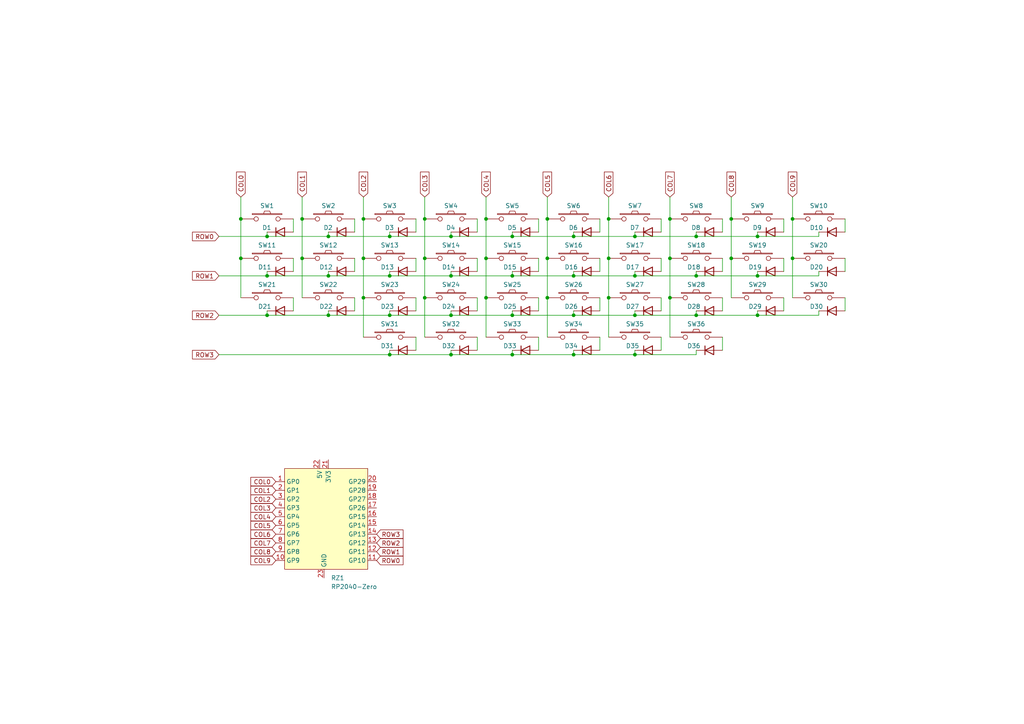
<source format=kicad_sch>
(kicad_sch (version 20211123) (generator eeschema)
  (paper "A4")
  (title_block (title "Amarilis Keyboard") (date "2023-03-17") (rev "1.0") (company "@tangzero"))
  (lib_symbols
    (symbol "Diode:1N4148" (pin_numbers hide) (pin_names hide)
      (property "Reference" "D" (at 0 2.54 0))
      (property "Value" "1N4148" (at 0 -2.54 0))
      (symbol "1N4148_0_1"
        (polyline (pts (xy -1.27 1.27) (xy -1.27 -1.27)) (stroke (width 0.254)))
        (polyline (pts (xy 1.27 0) (xy -1.27 0)))
        (polyline (pts (xy 1.27 1.27) (xy 1.27 -1.27) (xy -1.27 0) (xy 1.27 1.27)) (stroke (width 0.254)))
      )
      (symbol "1N4148_1_1"
        (pin passive line (at -3.81 0 0) (length 2.54) (name "K") (number "1"))
        (pin passive line (at 3.81 0 180) (length 2.54) (name "A") (number "2"))
      )
    )
    (symbol "kbd:SW_PUSH" (pin_numbers hide) (pin_names (offset 1.016) hide)
      (property "Reference" "SW" (at 3.81 2.794 0))
      (property "Value" "SW_PUSH" (at 0 -2.032 0))
      (symbol "SW_PUSH_0_1"
        (rectangle (start -4.318 1.27) (end 4.318 1.524))
        (polyline (pts (xy -1.016 1.524) (xy -0.762 2.286) (xy 0.762 2.286) (xy 1.016 1.524)))
        (pin passive inverted (at -7.62 0 0) (length 5.08) (name "1") (number "1"))
        (pin passive inverted (at 7.62 0 180) (length 5.08) (name "2") (number "2"))
      )
    )
    (symbol "rp2040-zero:RP2040-Zero"
      (property "Reference" "RZ" (at 0 0 0))
      (property "Value" "RP2040-Zero" (at 0 -2.54 0))
      (property "Footprint" "RP2040-Zero:RP2040-Zero" (at 0 0 0))
      (symbol "RP2040-Zero_0_1"
        (rectangle (start -11.43 -15.24) (end 12.7 13.97) (fill (type background)))
      )
      (symbol "RP2040-Zero_1_1"
        (pin bidirectional line (at -13.97 10.16 0) (length 2.54) (name "GP0") (number "1"))
        (pin bidirectional line (at -13.97 -12.7 0) (length 2.54) (name "GP9") (number "10"))
        (pin bidirectional line (at 15.24 -12.7 180) (length 2.54) (name "GP10") (number "11"))
        (pin bidirectional line (at 15.24 -10.16 180) (length 2.54) (name "GP11") (number "12"))
        (pin bidirectional line (at 15.24 -7.62 180) (length 2.54) (name "GP12") (number "13"))
        (pin bidirectional line (at 15.24 -5.08 180) (length 2.54) (name "GP13") (number "14"))
        (pin bidirectional line (at 15.24 -2.54 180) (length 2.54) (name "GP14") (number "15"))
        (pin bidirectional line (at 15.24 0 180) (length 2.54) (name "GP15") (number "16"))
        (pin bidirectional line (at 15.24 2.54 180) (length 2.54) (name "GP26") (number "17"))
        (pin bidirectional line (at 15.24 5.08 180) (length 2.54) (name "GP27") (number "18"))
        (pin bidirectional line (at 15.24 7.62 180) (length 2.54) (name "GP28") (number "19"))
        (pin bidirectional line (at -13.97 7.62 0) (length 2.54) (name "GP1") (number "2"))
        (pin bidirectional line (at 15.24 10.16 180) (length 2.54) (name "GP29") (number "20"))
        (pin power_in line (at 1.27 16.51 270) (length 2.54) (name "3V3") (number "21"))
        (pin power_in line (at -1.27 16.51 270) (length 2.54) (name "5V") (number "22"))
        (pin power_in line (at 0 -17.78 90) (length 2.54) (name "GND") (number "23"))
        (pin bidirectional line (at -13.97 5.08 0) (length 2.54) (name "GP2") (number "3"))
        (pin bidirectional line (at -13.97 2.54 0) (length 2.54) (name "GP3") (number "4"))
        (pin bidirectional line (at -13.97 0 0) (length 2.54) (name "GP4") (number "5"))
        (pin bidirectional line (at -13.97 -2.54 0) (length 2.54) (name "GP5") (number "6"))
        (pin bidirectional line (at -13.97 -5.08 0) (length 2.54) (name "GP6") (number "7"))
        (pin bidirectional line (at -13.97 -7.62 0) (length 2.54) (name "GP7") (number "8"))
        (pin bidirectional line (at -13.97 -10.16 0) (length 2.54) (name "GP8") (number "9"))
      )
    )
  )
  (junction (at 184.15 68.58))
  (junction (at 130.81 102.87))
  (junction (at 77.47 91.44))
  (junction (at 201.93 80.01))
  (junction (at 148.59 80.01))
  (junction (at 140.97 63.5))
  (junction (at 229.87 63.5))
  (junction (at 184.15 91.44))
  (junction (at 184.15 80.01))
  (junction (at 194.31 86.36))
  (junction (at 105.41 74.93))
  (junction (at 176.53 63.5))
  (junction (at 194.31 74.93))
  (junction (at 212.09 63.5))
  (junction (at 113.03 91.44))
  (junction (at 87.63 63.5))
  (junction (at 140.97 86.36))
  (junction (at 77.47 68.58))
  (junction (at 148.59 102.87))
  (junction (at 148.59 68.58))
  (junction (at 95.25 91.44))
  (junction (at 166.37 102.87))
  (junction (at 201.93 91.44))
  (junction (at 219.71 80.01))
  (junction (at 105.41 86.36))
  (junction (at 95.25 80.01))
  (junction (at 158.75 86.36))
  (junction (at 113.03 80.01))
  (junction (at 130.81 80.01))
  (junction (at 176.53 74.93))
  (junction (at 123.19 86.36))
  (junction (at 158.75 63.5))
  (junction (at 166.37 68.58))
  (junction (at 229.87 74.93))
  (junction (at 148.59 91.44))
  (junction (at 158.75 74.93))
  (junction (at 212.09 74.93))
  (junction (at 184.15 102.87))
  (junction (at 69.85 63.5))
  (junction (at 69.85 74.93))
  (junction (at 113.03 102.87))
  (junction (at 105.41 63.5))
  (junction (at 166.37 91.44))
  (junction (at 194.31 63.5))
  (junction (at 130.81 91.44))
  (junction (at 219.71 68.58))
  (junction (at 95.25 68.58))
  (junction (at 140.97 74.93))
  (junction (at 123.19 74.93))
  (junction (at 219.71 91.44))
  (junction (at 130.81 68.58))
  (junction (at 166.37 80.01))
  (junction (at 87.63 74.93))
  (junction (at 113.03 68.58))
  (junction (at 77.47 80.01))
  (junction (at 176.53 86.36))
  (junction (at 123.19 63.5))
  (junction (at 201.93 68.58))
  (wire (pts (xy 77.47 68.58) (xy 77.47 67.31)))
  (wire (pts (xy 130.81 67.31) (xy 130.81 68.58)))
  (wire (pts (xy 166.37 90.17) (xy 166.37 91.44)))
  (wire (pts (xy 105.41 74.93) (xy 105.41 86.36)))
  (wire (pts (xy 245.11 63.5) (xy 245.11 67.31)))
  (wire (pts (xy 245.11 86.36) (xy 245.11 90.17)))
  (wire (pts (xy 87.63 74.93) (xy 87.63 86.36)))
  (wire (pts (xy 194.31 63.5) (xy 194.31 74.93)))
  (wire (pts (xy 138.43 63.5) (xy 138.43 67.31)))
  (wire (pts (xy 130.81 102.87) (xy 148.59 102.87)))
  (wire (pts (xy 191.77 86.36) (xy 191.77 90.17)))
  (wire (pts (xy 191.77 63.5) (xy 191.77 67.31)))
  (wire (pts (xy 120.65 86.36) (xy 120.65 90.17)))
  (wire (pts (xy 227.33 74.93) (xy 227.33 78.74)))
  (wire (pts (xy 120.65 63.5) (xy 120.65 67.31)))
  (wire (pts (xy 148.59 78.74) (xy 148.59 80.01)))
  (wire (pts (xy 166.37 91.44) (xy 184.15 91.44)))
  (wire (pts (xy 237.49 91.44) (xy 237.49 90.17)))
  (wire (pts (xy 156.21 63.5) (xy 156.21 67.31)))
  (wire (pts (xy 212.09 74.93) (xy 212.09 86.36)))
  (wire (pts (xy 166.37 68.58) (xy 148.59 68.58)))
  (wire (pts (xy 95.25 90.17) (xy 95.25 91.44)))
  (wire (pts (xy 113.03 90.17) (xy 113.03 91.44)))
  (wire (pts (xy 77.47 91.44) (xy 95.25 91.44)))
  (wire (pts (xy 130.81 68.58) (xy 113.03 68.58)))
  (wire (pts (xy 176.53 57.15) (xy 176.53 63.5)))
  (wire (pts (xy 158.75 57.15) (xy 158.75 63.5)))
  (wire (pts (xy 219.71 80.01) (xy 201.93 80.01)))
  (wire (pts (xy 113.03 101.6) (xy 113.03 102.87)))
  (wire (pts (xy 140.97 86.36) (xy 140.97 97.79)))
  (wire (pts (xy 184.15 78.74) (xy 184.15 80.01)))
  (wire (pts (xy 120.65 74.93) (xy 120.65 78.74)))
  (wire (pts (xy 148.59 91.44) (xy 166.37 91.44)))
  (wire (pts (xy 209.55 63.5) (xy 209.55 67.31)))
  (wire (pts (xy 138.43 97.79) (xy 138.43 101.6)))
  (wire (pts (xy 194.31 57.15) (xy 194.31 63.5)))
  (wire (pts (xy 201.93 68.58) (xy 184.15 68.58)))
  (wire (pts (xy 85.09 63.5) (xy 85.09 67.31)))
  (wire (pts (xy 166.37 78.74) (xy 166.37 80.01)))
  (wire (pts (xy 156.21 74.93) (xy 156.21 78.74)))
  (wire (pts (xy 191.77 74.93) (xy 191.77 78.74)))
  (wire (pts (xy 63.5 91.44) (xy 77.47 91.44)))
  (wire (pts (xy 219.71 68.58) (xy 201.93 68.58)))
  (wire (pts (xy 245.11 74.93) (xy 245.11 78.74)))
  (wire (pts (xy 184.15 91.44) (xy 201.93 91.44)))
  (wire (pts (xy 95.25 78.74) (xy 95.25 80.01)))
  (wire (pts (xy 102.87 86.36) (xy 102.87 90.17)))
  (wire (pts (xy 77.47 80.01) (xy 63.5 80.01)))
  (wire (pts (xy 69.85 57.15) (xy 69.85 63.5)))
  (wire (pts (xy 69.85 74.93) (xy 69.85 63.5)))
  (wire (pts (xy 158.75 63.5) (xy 158.75 74.93)))
  (wire (pts (xy 212.09 57.15) (xy 212.09 63.5)))
  (wire (pts (xy 140.97 74.93) (xy 140.97 86.36)))
  (wire (pts (xy 113.03 91.44) (xy 130.81 91.44)))
  (wire (pts (xy 113.03 67.31) (xy 113.03 68.58)))
  (wire (pts (xy 140.97 63.5) (xy 140.97 74.93)))
  (wire (pts (xy 176.53 63.5) (xy 176.53 74.93)))
  (wire (pts (xy 63.5 102.87) (xy 113.03 102.87)))
  (wire (pts (xy 138.43 86.36) (xy 138.43 90.17)))
  (wire (pts (xy 102.87 63.5) (xy 102.87 67.31)))
  (wire (pts (xy 201.93 80.01) (xy 184.15 80.01)))
  (wire (pts (xy 219.71 67.31) (xy 219.71 68.58)))
  (wire (pts (xy 194.31 86.36) (xy 194.31 97.79)))
  (wire (pts (xy 113.03 68.58) (xy 95.25 68.58)))
  (wire (pts (xy 173.99 63.5) (xy 173.99 67.31)))
  (wire (pts (xy 156.21 86.36) (xy 156.21 90.17)))
  (wire (pts (xy 113.03 102.87) (xy 130.81 102.87)))
  (wire (pts (xy 212.09 63.5) (xy 212.09 74.93)))
  (wire (pts (xy 209.55 74.93) (xy 209.55 78.74)))
  (wire (pts (xy 194.31 74.93) (xy 194.31 86.36)))
  (wire (pts (xy 166.37 102.87) (xy 184.15 102.87)))
  (wire (pts (xy 85.09 74.93) (xy 85.09 78.74)))
  (wire (pts (xy 166.37 80.01) (xy 148.59 80.01)))
  (wire (pts (xy 138.43 74.93) (xy 138.43 78.74)))
  (wire (pts (xy 176.53 86.36) (xy 176.53 97.79)))
  (wire (pts (xy 176.53 74.93) (xy 176.53 86.36)))
  (wire (pts (xy 191.77 97.79) (xy 191.77 101.6)))
  (wire (pts (xy 229.87 57.15) (xy 229.87 63.5)))
  (wire (pts (xy 219.71 78.74) (xy 219.71 80.01)))
  (wire (pts (xy 237.49 78.74) (xy 237.49 80.01)))
  (wire (pts (xy 166.37 67.31) (xy 166.37 68.58)))
  (wire (pts (xy 113.03 80.01) (xy 95.25 80.01)))
  (wire (pts (xy 201.93 102.87) (xy 201.93 101.6)))
  (wire (pts (xy 77.47 68.58) (xy 95.25 68.58)))
  (wire (pts (xy 105.41 57.15) (xy 105.41 63.5)))
  (wire (pts (xy 156.21 97.79) (xy 156.21 101.6)))
  (wire (pts (xy 184.15 68.58) (xy 166.37 68.58)))
  (wire (pts (xy 166.37 101.6) (xy 166.37 102.87)))
  (wire (pts (xy 148.59 90.17) (xy 148.59 91.44)))
  (wire (pts (xy 201.93 78.74) (xy 201.93 80.01)))
  (wire (pts (xy 77.47 78.74) (xy 77.47 80.01)))
  (wire (pts (xy 148.59 67.31) (xy 148.59 68.58)))
  (wire (pts (xy 105.41 63.5) (xy 105.41 74.93)))
  (wire (pts (xy 184.15 102.87) (xy 201.93 102.87)))
  (wire (pts (xy 148.59 101.6) (xy 148.59 102.87)))
  (wire (pts (xy 227.33 63.5) (xy 227.33 67.31)))
  (wire (pts (xy 148.59 80.01) (xy 130.81 80.01)))
  (wire (pts (xy 227.33 86.36) (xy 227.33 90.17)))
  (wire (pts (xy 130.81 90.17) (xy 130.81 91.44)))
  (wire (pts (xy 219.71 90.17) (xy 219.71 91.44)))
  (wire (pts (xy 102.87 74.93) (xy 102.87 78.74)))
  (wire (pts (xy 184.15 101.6) (xy 184.15 102.87)))
  (wire (pts (xy 219.71 91.44) (xy 237.49 91.44)))
  (wire (pts (xy 237.49 80.01) (xy 219.71 80.01)))
  (wire (pts (xy 229.87 63.5) (xy 229.87 74.93)))
  (wire (pts (xy 69.85 74.93) (xy 69.85 86.36)))
  (wire (pts (xy 130.81 101.6) (xy 130.81 102.87)))
  (wire (pts (xy 148.59 68.58) (xy 130.81 68.58)))
  (wire (pts (xy 201.93 91.44) (xy 219.71 91.44)))
  (wire (pts (xy 130.81 78.74) (xy 130.81 80.01)))
  (wire (pts (xy 77.47 90.17) (xy 77.47 91.44)))
  (wire (pts (xy 123.19 86.36) (xy 123.19 97.79)))
  (wire (pts (xy 158.75 74.93) (xy 158.75 86.36)))
  (wire (pts (xy 120.65 97.79) (xy 120.65 101.6)))
  (wire (pts (xy 184.15 67.31) (xy 184.15 68.58)))
  (wire (pts (xy 123.19 57.15) (xy 123.19 63.5)))
  (wire (pts (xy 130.81 91.44) (xy 148.59 91.44)))
  (wire (pts (xy 209.55 97.79) (xy 209.55 101.6)))
  (wire (pts (xy 63.5 68.58) (xy 77.47 68.58)))
  (wire (pts (xy 173.99 74.93) (xy 173.99 78.74)))
  (wire (pts (xy 95.25 91.44) (xy 113.03 91.44)))
  (wire (pts (xy 87.63 57.15) (xy 87.63 63.5)))
  (wire (pts (xy 201.93 67.31) (xy 201.93 68.58)))
  (wire (pts (xy 140.97 57.15) (xy 140.97 63.5)))
  (wire (pts (xy 237.49 67.31) (xy 237.49 68.58)))
  (wire (pts (xy 95.25 80.01) (xy 77.47 80.01)))
  (wire (pts (xy 201.93 90.17) (xy 201.93 91.44)))
  (wire (pts (xy 87.63 63.5) (xy 87.63 74.93)))
  (wire (pts (xy 95.25 67.31) (xy 95.25 68.58)))
  (wire (pts (xy 130.81 80.01) (xy 113.03 80.01)))
  (wire (pts (xy 148.59 102.87) (xy 166.37 102.87)))
  (wire (pts (xy 237.49 68.58) (xy 219.71 68.58)))
  (wire (pts (xy 123.19 63.5) (xy 123.19 74.93)))
  (wire (pts (xy 173.99 86.36) (xy 173.99 90.17)))
  (wire (pts (xy 105.41 86.36) (xy 105.41 97.79)))
  (wire (pts (xy 85.09 86.36) (xy 85.09 90.17)))
  (wire (pts (xy 209.55 86.36) (xy 209.55 90.17)))
  (wire (pts (xy 113.03 78.74) (xy 113.03 80.01)))
  (wire (pts (xy 158.75 86.36) (xy 158.75 97.79)))
  (wire (pts (xy 184.15 80.01) (xy 166.37 80.01)))
  (wire (pts (xy 173.99 97.79) (xy 173.99 101.6)))
  (wire (pts (xy 229.87 74.93) (xy 229.87 86.36)))
  (wire (pts (xy 184.15 90.17) (xy 184.15 91.44)))
  (wire (pts (xy 123.19 74.93) (xy 123.19 86.36)))
  (global_label "COL9" (shape input) (at 80.01 162.56 180) (property "Intersheet References" "${INTERSHEET_REFS}" (effects hide)))
  (global_label "ROW3" (shape input) (at 109.22 154.94 0) (property "Intersheet References" "${INTERSHEET_REFS}" (effects hide)))
  (global_label "COL7" (shape input) (at 80.01 157.48 180) (property "Intersheet References" "${INTERSHEET_REFS}" (effects hide)))
  (global_label "ROW0" (shape input) (at 63.5 68.58 180) (property "Intersheet References" "${INTERSHEET_REFS}" (effects hide)))
  (global_label "COL3" (shape input) (at 80.01 147.32 180) (property "Intersheet References" "${INTERSHEET_REFS}" (effects hide)))
  (global_label "COL4" (shape input) (at 80.01 149.86 180) (property "Intersheet References" "${INTERSHEET_REFS}" (effects hide)))
  (global_label "ROW0" (shape input) (at 109.22 162.56 0) (property "Intersheet References" "${INTERSHEET_REFS}" (effects hide)))
  (global_label "COL8" (shape input) (at 212.09 57.15 90) (property "Intersheet References" "${INTERSHEET_REFS}" (effects hide)))
  (global_label "COL1" (shape input) (at 87.63 57.15 90) (property "Intersheet References" "${INTERSHEET_REFS}" (effects hide)))
  (global_label "COL5" (shape input) (at 80.01 152.4 180) (property "Intersheet References" "${INTERSHEET_REFS}" (effects hide)))
  (global_label "COL0" (shape input) (at 69.85 57.15 90) (property "Intersheet References" "${INTERSHEET_REFS}" (effects hide)))
  (global_label "COL7" (shape input) (at 194.31 57.15 90) (property "Intersheet References" "${INTERSHEET_REFS}" (effects hide)))
  (global_label "ROW1" (shape input) (at 109.22 160.02 0) (property "Intersheet References" "${INTERSHEET_REFS}" (effects hide)))
  (global_label "ROW2" (shape input) (at 109.22 157.48 0) (property "Intersheet References" "${INTERSHEET_REFS}" (effects hide)))
  (global_label "COL6" (shape input) (at 176.53 57.15 90) (property "Intersheet References" "${INTERSHEET_REFS}" (effects hide)))
  (global_label "ROW1" (shape input) (at 63.5 80.01 180) (property "Intersheet References" "${INTERSHEET_REFS}" (effects hide)))
  (global_label "COL4" (shape input) (at 140.97 57.15 90) (property "Intersheet References" "${INTERSHEET_REFS}" (effects hide)))
  (global_label "COL1" (shape input) (at 80.01 142.24 180) (property "Intersheet References" "${INTERSHEET_REFS}" (effects hide)))
  (global_label "COL8" (shape input) (at 80.01 160.02 180) (property "Intersheet References" "${INTERSHEET_REFS}" (effects hide)))
  (global_label "COL6" (shape input) (at 80.01 154.94 180) (property "Intersheet References" "${INTERSHEET_REFS}" (effects hide)))
  (global_label "COL5" (shape input) (at 158.75 57.15 90) (property "Intersheet References" "${INTERSHEET_REFS}" (effects hide)))
  (global_label "COL9" (shape input) (at 229.87 57.15 90) (property "Intersheet References" "${INTERSHEET_REFS}" (effects hide)))
  (global_label "COL2" (shape input) (at 105.41 57.15 90) (property "Intersheet References" "${INTERSHEET_REFS}" (effects hide)))
  (global_label "ROW2" (shape input) (at 63.5 91.44 180) (property "Intersheet References" "${INTERSHEET_REFS}" (effects hide)))
  (global_label "COL3" (shape input) (at 123.19 57.15 90) (property "Intersheet References" "${INTERSHEET_REFS}" (effects hide)))
  (global_label "ROW3" (shape input) (at 63.5 102.87 180) (property "Intersheet References" "${INTERSHEET_REFS}" (effects hide)))
  (global_label "COL0" (shape input) (at 80.01 139.7 180) (property "Intersheet References" "${INTERSHEET_REFS}" (effects hide)))
  (global_label "COL2" (shape input) (at 80.01 144.78 180) (property "Intersheet References" "${INTERSHEET_REFS}" (effects hide)))
  (symbol (lib_id "kbd:SW_PUSH") (at 184.15 86.36 0) (unit 1)
    (property "Reference" "SW27" (at 184.15 82.55 0))
    (property "Value" "SW_PUSH" (effects hide))
    (property "Footprint" "kbd:CherryMX_1u" (effects hide))
  )
  (symbol (lib_id "kbd:SW_PUSH") (at 166.37 86.36 0) (unit 1)
    (property "Reference" "SW26" (at 166.37 82.55 0))
    (property "Value" "SW_PUSH" (effects hide))
    (property "Footprint" "kbd:CherryMX_1u" (effects hide))
  )
  (symbol (lib_id "kbd:SW_PUSH") (at 77.47 86.36 0) (unit 1)
    (property "Reference" "SW21" (at 77.47 82.55 0))
    (property "Value" "SW_PUSH" (effects hide))
    (property "Footprint" "kbd:CherryMX_1u" (effects hide))
  )
  (symbol (lib_id "kbd:SW_PUSH") (at 113.03 63.5 0) (unit 1)
    (property "Reference" "SW3" (at 113.03 59.69 0))
    (property "Value" "SW_PUSH" (effects hide))
    (property "Footprint" "kbd:CherryMX_1u" (effects hide))
  )
  (symbol (lib_id "kbd:SW_PUSH") (at 130.81 74.93 0) (unit 1)
    (property "Reference" "SW14" (at 130.81 71.12 0))
    (property "Value" "SW_PUSH" (effects hide))
    (property "Footprint" "kbd:CherryMX_1u" (effects hide))
  )
  (symbol (lib_id "Diode:1N4148") (at 81.28 67.31 0) (unit 1)
    (property "Reference" "D1" (at 78.74 66.04 0) (effects (justify right)))
    (property "Value" "1N4148" (effects hide))
    (property "Footprint" "kbd:D3_TH" (effects hide))
    (property "Datasheet" "https://assets.nexperia.com/documents/data-sheet/1N4148_1N4448.pdf" (effects hide))
  )
  (symbol (lib_id "kbd:SW_PUSH") (at 130.81 97.79 0) (unit 1)
    (property "Reference" "SW32" (at 130.81 93.98 0))
    (property "Value" "SW_PUSH" (effects hide))
    (property "Footprint" "kbd:CherryMX_1u" (effects hide))
  )
  (symbol (lib_id "kbd:SW_PUSH") (at 219.71 63.5 0) (unit 1)
    (property "Reference" "SW9" (at 219.71 59.69 0))
    (property "Value" "SW_PUSH" (effects hide))
    (property "Footprint" "kbd:CherryMX_1u" (effects hide))
  )
  (symbol (lib_id "kbd:SW_PUSH") (at 113.03 74.93 0) (unit 1)
    (property "Reference" "SW13" (at 113.03 71.12 0))
    (property "Value" "SW_PUSH" (effects hide))
    (property "Footprint" "kbd:CherryMX_1u" (effects hide))
  )
  (symbol (lib_id "kbd:SW_PUSH") (at 201.93 63.5 0) (unit 1)
    (property "Reference" "SW8" (at 201.93 59.69 0))
    (property "Value" "SW_PUSH" (effects hide))
    (property "Footprint" "kbd:CherryMX_1u" (effects hide))
  )
  (symbol (lib_id "kbd:SW_PUSH") (at 166.37 74.93 0) (unit 1)
    (property "Reference" "SW16" (at 166.37 71.12 0))
    (property "Value" "SW_PUSH" (effects hide))
    (property "Footprint" "kbd:CherryMX_1u" (effects hide))
  )
  (symbol (lib_id "Diode:1N4148") (at 99.06 78.74 0) (unit 1)
    (property "Reference" "D12" (at 96.52 77.47 0) (effects (justify right)))
    (property "Value" "1N4148" (effects hide))
    (property "Footprint" "kbd:D3_TH" (effects hide))
    (property "Datasheet" "https://assets.nexperia.com/documents/data-sheet/1N4148_1N4448.pdf" (effects hide))
  )
  (symbol (lib_id "Diode:1N4148") (at 134.62 90.17 0) (unit 1)
    (property "Reference" "D24" (at 132.08 88.9 0) (effects (justify right)))
    (property "Value" "1N4148" (effects hide))
    (property "Footprint" "kbd:D3_TH" (effects hide))
    (property "Datasheet" "https://assets.nexperia.com/documents/data-sheet/1N4148_1N4448.pdf" (effects hide))
  )
  (symbol (lib_id "kbd:SW_PUSH") (at 201.93 86.36 0) (unit 1)
    (property "Reference" "SW28" (at 201.93 82.55 0))
    (property "Value" "SW_PUSH" (effects hide))
    (property "Footprint" "kbd:CherryMX_1u" (effects hide))
  )
  (symbol (lib_id "Diode:1N4148") (at 134.62 78.74 0) (unit 1)
    (property "Reference" "D14" (at 132.08 77.47 0) (effects (justify right)))
    (property "Value" "1N4148" (effects hide))
    (property "Footprint" "kbd:D3_TH" (effects hide))
    (property "Datasheet" "https://assets.nexperia.com/documents/data-sheet/1N4148_1N4448.pdf" (effects hide))
  )
  (symbol (lib_id "kbd:SW_PUSH") (at 166.37 97.79 0) (unit 1)
    (property "Reference" "SW34" (at 166.37 93.98 0))
    (property "Value" "SW_PUSH" (effects hide))
    (property "Footprint" "kbd:CherryMX_1u" (effects hide))
  )
  (symbol (lib_id "Diode:1N4148") (at 187.96 90.17 0) (unit 1)
    (property "Reference" "D27" (at 185.42 88.9 0) (effects (justify right)))
    (property "Value" "1N4148" (effects hide))
    (property "Footprint" "kbd:D3_TH" (effects hide))
    (property "Datasheet" "https://assets.nexperia.com/documents/data-sheet/1N4148_1N4448.pdf" (effects hide))
  )
  (symbol (lib_id "Diode:1N4148") (at 187.96 67.31 0) (unit 1)
    (property "Reference" "D7" (at 185.42 66.04 0) (effects (justify right)))
    (property "Value" "1N4148" (effects hide))
    (property "Footprint" "kbd:D3_TH" (effects hide))
    (property "Datasheet" "https://assets.nexperia.com/documents/data-sheet/1N4148_1N4448.pdf" (effects hide))
  )
  (symbol (lib_id "Diode:1N4148") (at 187.96 101.6 0) (unit 1)
    (property "Reference" "D35" (at 185.42 100.33 0) (effects (justify right)))
    (property "Value" "1N4148" (effects hide))
    (property "Footprint" "kbd:D3_TH" (effects hide))
    (property "Datasheet" "https://assets.nexperia.com/documents/data-sheet/1N4148_1N4448.pdf" (effects hide))
  )
  (symbol (lib_id "Diode:1N4148") (at 116.84 78.74 0) (unit 1)
    (property "Reference" "D13" (at 114.3 77.47 0) (effects (justify right)))
    (property "Value" "1N4148" (effects hide))
    (property "Footprint" "kbd:D3_TH" (effects hide))
    (property "Datasheet" "https://assets.nexperia.com/documents/data-sheet/1N4148_1N4448.pdf" (effects hide))
  )
  (symbol (lib_id "Diode:1N4148") (at 223.52 78.74 0) (unit 1)
    (property "Reference" "D19" (at 220.98 77.47 0) (effects (justify right)))
    (property "Value" "1N4148" (effects hide))
    (property "Footprint" "kbd:D3_TH" (effects hide))
    (property "Datasheet" "https://assets.nexperia.com/documents/data-sheet/1N4148_1N4448.pdf" (effects hide))
  )
  (symbol (lib_id "Diode:1N4148") (at 241.3 78.74 0) (unit 1)
    (property "Reference" "D20" (at 238.76 77.47 0) (effects (justify right)))
    (property "Value" "1N4148" (effects hide))
    (property "Footprint" "kbd:D3_TH" (effects hide))
    (property "Datasheet" "https://assets.nexperia.com/documents/data-sheet/1N4148_1N4448.pdf" (effects hide))
  )
  (symbol (lib_id "Diode:1N4148") (at 152.4 90.17 0) (unit 1)
    (property "Reference" "D25" (at 149.86 88.9 0) (effects (justify right)))
    (property "Value" "1N4148" (effects hide))
    (property "Footprint" "kbd:D3_TH" (effects hide))
    (property "Datasheet" "https://assets.nexperia.com/documents/data-sheet/1N4148_1N4448.pdf" (effects hide))
  )
  (symbol (lib_id "Diode:1N4148") (at 99.06 67.31 0) (unit 1)
    (property "Reference" "D2" (at 96.52 66.04 0) (effects (justify right)))
    (property "Value" "1N4148" (effects hide))
    (property "Footprint" "kbd:D3_TH" (effects hide))
    (property "Datasheet" "https://assets.nexperia.com/documents/data-sheet/1N4148_1N4448.pdf" (effects hide))
  )
  (symbol (lib_id "kbd:SW_PUSH") (at 201.93 97.79 0) (unit 1)
    (property "Reference" "SW36" (at 201.93 93.98 0))
    (property "Value" "SW_PUSH" (effects hide))
    (property "Footprint" "kbd:CherryMX_1u" (effects hide))
  )
  (symbol (lib_id "kbd:SW_PUSH") (at 130.81 86.36 0) (unit 1)
    (property "Reference" "SW24" (at 130.81 82.55 0))
    (property "Value" "SW_PUSH" (effects hide))
    (property "Footprint" "kbd:CherryMX_1u" (effects hide))
  )
  (symbol (lib_id "kbd:SW_PUSH") (at 148.59 74.93 0) (unit 1)
    (property "Reference" "SW15" (at 148.59 71.12 0))
    (property "Value" "SW_PUSH" (effects hide))
    (property "Footprint" "kbd:CherryMX_1u" (effects hide))
  )
  (symbol (lib_id "kbd:SW_PUSH") (at 77.47 74.93 0) (unit 1)
    (property "Reference" "SW11" (at 77.47 71.12 0))
    (property "Value" "SW_PUSH" (effects hide))
    (property "Footprint" "kbd:CherryMX_1u" (effects hide))
  )
  (symbol (lib_id "Diode:1N4148") (at 205.74 78.74 0) (unit 1)
    (property "Reference" "D18" (at 203.2 77.47 0) (effects (justify right)))
    (property "Value" "1N4148" (effects hide))
    (property "Footprint" "kbd:D3_TH" (effects hide))
    (property "Datasheet" "https://assets.nexperia.com/documents/data-sheet/1N4148_1N4448.pdf" (effects hide))
  )
  (symbol (lib_id "Diode:1N4148") (at 205.74 90.17 0) (unit 1)
    (property "Reference" "D28" (at 203.2 88.9 0) (effects (justify right)))
    (property "Value" "1N4148" (effects hide))
    (property "Footprint" "kbd:D3_TH" (effects hide))
    (property "Datasheet" "https://assets.nexperia.com/documents/data-sheet/1N4148_1N4448.pdf" (effects hide))
  )
  (symbol (lib_id "Diode:1N4148") (at 116.84 101.6 0) (unit 1)
    (property "Reference" "D31" (at 114.3 100.33 0) (effects (justify right)))
    (property "Value" "1N4148" (effects hide))
    (property "Footprint" "kbd:D3_TH" (effects hide))
    (property "Datasheet" "https://assets.nexperia.com/documents/data-sheet/1N4148_1N4448.pdf" (effects hide))
  )
  (symbol (lib_id "kbd:SW_PUSH") (at 113.03 86.36 0) (unit 1)
    (property "Reference" "SW23" (at 113.03 82.55 0))
    (property "Value" "SW_PUSH" (effects hide))
    (property "Footprint" "kbd:CherryMX_1u" (effects hide))
  )
  (symbol (lib_id "kbd:SW_PUSH") (at 77.47 63.5 0) (unit 1)
    (property "Reference" "SW1" (at 77.47 59.69 0))
    (property "Value" "SW_PUSH" (effects hide))
    (property "Footprint" "kbd:CherryMX_1u" (effects hide))
  )
  (symbol (lib_id "kbd:SW_PUSH") (at 95.25 74.93 0) (unit 1)
    (property "Reference" "SW12" (at 95.25 71.12 0))
    (property "Value" "SW_PUSH" (effects hide))
    (property "Footprint" "kbd:CherryMX_1u" (effects hide))
  )
  (symbol (lib_id "Diode:1N4148") (at 170.18 78.74 0) (unit 1)
    (property "Reference" "D16" (at 167.64 77.47 0) (effects (justify right)))
    (property "Value" "1N4148" (effects hide))
    (property "Footprint" "kbd:D3_TH" (effects hide))
    (property "Datasheet" "https://assets.nexperia.com/documents/data-sheet/1N4148_1N4448.pdf" (effects hide))
  )
  (symbol (lib_id "Diode:1N4148") (at 223.52 67.31 0) (unit 1)
    (property "Reference" "D9" (at 220.98 66.04 0) (effects (justify right)))
    (property "Value" "1N4148" (effects hide))
    (property "Footprint" "kbd:D3_TH" (effects hide))
    (property "Datasheet" "https://assets.nexperia.com/documents/data-sheet/1N4148_1N4448.pdf" (effects hide))
  )
  (symbol (lib_id "Diode:1N4148") (at 223.52 90.17 0) (unit 1)
    (property "Reference" "D29" (at 220.98 88.9 0) (effects (justify right)))
    (property "Value" "1N4148" (effects hide))
    (property "Footprint" "kbd:D3_TH" (effects hide))
    (property "Datasheet" "https://assets.nexperia.com/documents/data-sheet/1N4148_1N4448.pdf" (effects hide))
  )
  (symbol (lib_id "kbd:SW_PUSH") (at 201.93 74.93 0) (unit 1)
    (property "Reference" "SW18" (at 201.93 71.12 0))
    (property "Value" "SW_PUSH" (effects hide))
    (property "Footprint" "kbd:CherryMX_1u" (effects hide))
  )
  (symbol (lib_id "rp2040-zero:RP2040-Zero") (at 93.98 149.86 0) (unit 1)
    (property "Reference" "RZ1" (at 95.9994 167.64 0) (effects (justify left)))
    (property "Value" "RP2040-Zero" (at 95.9994 170.18 0) (effects (justify left)))
    (property "Footprint" "RP2040-Zero-Kicad:RP2040-Zero" (effects hide))
  )
  (symbol (lib_id "Diode:1N4148") (at 81.28 78.74 0) (unit 1)
    (property "Reference" "D11" (at 78.74 77.47 0) (effects (justify right)))
    (property "Value" "1N4148" (effects hide))
    (property "Footprint" "kbd:D3_TH" (effects hide))
    (property "Datasheet" "https://assets.nexperia.com/documents/data-sheet/1N4148_1N4448.pdf" (effects hide))
  )
  (symbol (lib_id "Diode:1N4148") (at 134.62 67.31 0) (unit 1)
    (property "Reference" "D4" (at 132.08 66.04 0) (effects (justify right)))
    (property "Value" "1N4148" (effects hide))
    (property "Footprint" "kbd:D3_TH" (effects hide))
    (property "Datasheet" "https://assets.nexperia.com/documents/data-sheet/1N4148_1N4448.pdf" (effects hide))
  )
  (symbol (lib_id "kbd:SW_PUSH") (at 166.37 63.5 0) (unit 1)
    (property "Reference" "SW6" (at 166.37 59.69 0))
    (property "Value" "SW_PUSH" (effects hide))
    (property "Footprint" "kbd:CherryMX_1u" (effects hide))
  )
  (symbol (lib_id "Diode:1N4148") (at 81.28 90.17 0) (unit 1)
    (property "Reference" "D21" (at 78.74 88.9 0) (effects (justify right)))
    (property "Value" "1N4148" (effects hide))
    (property "Footprint" "kbd:D3_TH" (effects hide))
    (property "Datasheet" "https://assets.nexperia.com/documents/data-sheet/1N4148_1N4448.pdf" (effects hide))
  )
  (symbol (lib_id "Diode:1N4148") (at 99.06 90.17 0) (unit 1)
    (property "Reference" "D22" (at 96.52 88.9 0) (effects (justify right)))
    (property "Value" "1N4148" (effects hide))
    (property "Footprint" "kbd:D3_TH" (effects hide))
    (property "Datasheet" "https://assets.nexperia.com/documents/data-sheet/1N4148_1N4448.pdf" (effects hide))
  )
  (symbol (lib_id "Diode:1N4148") (at 170.18 67.31 0) (unit 1)
    (property "Reference" "D6" (at 167.64 66.04 0) (effects (justify right)))
    (property "Value" "1N4148" (effects hide))
    (property "Footprint" "kbd:D3_TH" (effects hide))
    (property "Datasheet" "https://assets.nexperia.com/documents/data-sheet/1N4148_1N4448.pdf" (effects hide))
  )
  (symbol (lib_id "kbd:SW_PUSH") (at 237.49 63.5 0) (unit 1)
    (property "Reference" "SW10" (at 237.49 59.69 0))
    (property "Value" "SW_PUSH" (effects hide))
    (property "Footprint" "kbd:CherryMX_1u" (effects hide))
  )
  (symbol (lib_id "kbd:SW_PUSH") (at 148.59 97.79 0) (unit 1)
    (property "Reference" "SW33" (at 148.59 93.98 0))
    (property "Value" "SW_PUSH" (effects hide))
    (property "Footprint" "kbd:CherryMX_1u" (effects hide))
  )
  (symbol (lib_id "kbd:SW_PUSH") (at 184.15 74.93 0) (unit 1)
    (property "Reference" "SW17" (at 184.15 71.12 0))
    (property "Value" "SW_PUSH" (effects hide))
    (property "Footprint" "kbd:CherryMX_1u" (effects hide))
  )
  (symbol (lib_id "Diode:1N4148") (at 152.4 101.6 0) (unit 1)
    (property "Reference" "D33" (at 149.86 100.33 0) (effects (justify right)))
    (property "Value" "1N4148" (effects hide))
    (property "Footprint" "kbd:D3_TH" (effects hide))
    (property "Datasheet" "https://assets.nexperia.com/documents/data-sheet/1N4148_1N4448.pdf" (effects hide))
  )
  (symbol (lib_id "Diode:1N4148") (at 116.84 67.31 0) (unit 1)
    (property "Reference" "D3" (at 114.3 66.04 0) (effects (justify right)))
    (property "Value" "1N4148" (effects hide))
    (property "Footprint" "kbd:D3_TH" (effects hide))
    (property "Datasheet" "https://assets.nexperia.com/documents/data-sheet/1N4148_1N4448.pdf" (effects hide))
  )
  (symbol (lib_id "Diode:1N4148") (at 152.4 78.74 0) (unit 1)
    (property "Reference" "D15" (at 149.86 77.47 0) (effects (justify right)))
    (property "Value" "1N4148" (effects hide))
    (property "Footprint" "kbd:D3_TH" (effects hide))
    (property "Datasheet" "https://assets.nexperia.com/documents/data-sheet/1N4148_1N4448.pdf" (effects hide))
  )
  (symbol (lib_id "kbd:SW_PUSH") (at 95.25 63.5 0) (unit 1)
    (property "Reference" "SW2" (at 95.25 59.69 0))
    (property "Value" "SW_PUSH" (effects hide))
    (property "Footprint" "kbd:CherryMX_1u" (effects hide))
  )
  (symbol (lib_id "Diode:1N4148") (at 170.18 90.17 0) (unit 1)
    (property "Reference" "D26" (at 167.64 88.9 0) (effects (justify right)))
    (property "Value" "1N4148" (effects hide))
    (property "Footprint" "kbd:D3_TH" (effects hide))
    (property "Datasheet" "https://assets.nexperia.com/documents/data-sheet/1N4148_1N4448.pdf" (effects hide))
  )
  (symbol (lib_id "kbd:SW_PUSH") (at 219.71 86.36 0) (unit 1)
    (property "Reference" "SW29" (at 219.71 82.55 0))
    (property "Value" "SW_PUSH" (effects hide))
    (property "Footprint" "kbd:CherryMX_1u" (effects hide))
  )
  (symbol (lib_id "Diode:1N4148") (at 170.18 101.6 0) (unit 1)
    (property "Reference" "D34" (at 167.64 100.33 0) (effects (justify right)))
    (property "Value" "1N4148" (effects hide))
    (property "Footprint" "kbd:D3_TH" (effects hide))
    (property "Datasheet" "https://assets.nexperia.com/documents/data-sheet/1N4148_1N4448.pdf" (effects hide))
  )
  (symbol (lib_id "Diode:1N4148") (at 152.4 67.31 0) (unit 1)
    (property "Reference" "D5" (at 149.86 66.04 0) (effects (justify right)))
    (property "Value" "1N4148" (effects hide))
    (property "Footprint" "kbd:D3_TH" (effects hide))
    (property "Datasheet" "https://assets.nexperia.com/documents/data-sheet/1N4148_1N4448.pdf" (effects hide))
  )
  (symbol (lib_id "Diode:1N4148") (at 187.96 78.74 0) (unit 1)
    (property "Reference" "D17" (at 185.42 77.47 0) (effects (justify right)))
    (property "Value" "1N4148" (effects hide))
    (property "Footprint" "kbd:D3_TH" (effects hide))
    (property "Datasheet" "https://assets.nexperia.com/documents/data-sheet/1N4148_1N4448.pdf" (effects hide))
  )
  (symbol (lib_id "Diode:1N4148") (at 205.74 67.31 0) (unit 1)
    (property "Reference" "D8" (at 203.2 66.04 0) (effects (justify right)))
    (property "Value" "1N4148" (effects hide))
    (property "Footprint" "kbd:D3_TH" (effects hide))
    (property "Datasheet" "https://assets.nexperia.com/documents/data-sheet/1N4148_1N4448.pdf" (effects hide))
  )
  (symbol (lib_id "kbd:SW_PUSH") (at 237.49 74.93 0) (unit 1)
    (property "Reference" "SW20" (at 237.49 71.12 0))
    (property "Value" "SW_PUSH" (effects hide))
    (property "Footprint" "kbd:CherryMX_1u" (effects hide))
  )
  (symbol (lib_id "Diode:1N4148") (at 134.62 101.6 0) (unit 1)
    (property "Reference" "D32" (at 132.08 100.33 0) (effects (justify right)))
    (property "Value" "1N4148" (effects hide))
    (property "Footprint" "kbd:D3_TH" (effects hide))
    (property "Datasheet" "https://assets.nexperia.com/documents/data-sheet/1N4148_1N4448.pdf" (effects hide))
  )
  (symbol (lib_id "kbd:SW_PUSH") (at 148.59 86.36 0) (unit 1)
    (property "Reference" "SW25" (at 148.59 82.55 0))
    (property "Value" "SW_PUSH" (effects hide))
    (property "Footprint" "kbd:CherryMX_1u" (effects hide))
  )
  (symbol (lib_id "kbd:SW_PUSH") (at 113.03 97.79 0) (unit 1)
    (property "Reference" "SW31" (at 113.03 93.98 0))
    (property "Value" "SW_PUSH" (effects hide))
    (property "Footprint" "kbd:CherryMX_1u" (effects hide))
  )
  (symbol (lib_id "kbd:SW_PUSH") (at 219.71 74.93 0) (unit 1)
    (property "Reference" "SW19" (at 219.71 71.12 0))
    (property "Value" "SW_PUSH" (effects hide))
    (property "Footprint" "kbd:CherryMX_1u" (effects hide))
  )
  (symbol (lib_id "kbd:SW_PUSH") (at 237.49 86.36 0) (unit 1)
    (property "Reference" "SW30" (at 237.49 82.55 0))
    (property "Value" "SW_PUSH" (effects hide))
    (property "Footprint" "kbd:CherryMX_1u" (effects hide))
  )
  (symbol (lib_id "Diode:1N4148") (at 241.3 90.17 0) (unit 1)
    (property "Reference" "D30" (at 238.76 88.9 0) (effects (justify right)))
    (property "Value" "1N4148" (effects hide))
    (property "Footprint" "kbd:D3_TH" (effects hide))
    (property "Datasheet" "https://assets.nexperia.com/documents/data-sheet/1N4148_1N4448.pdf" (effects hide))
  )
  (symbol (lib_id "Diode:1N4148") (at 241.3 67.31 0) (unit 1)
    (property "Reference" "D10" (at 238.76 66.04 0) (effects (justify right)))
    (property "Value" "1N4148" (effects hide))
    (property "Footprint" "kbd:D3_TH" (effects hide))
    (property "Datasheet" "https://assets.nexperia.com/documents/data-sheet/1N4148_1N4448.pdf" (effects hide))
  )
  (symbol (lib_id "Diode:1N4148") (at 205.74 101.6 0) (unit 1)
    (property "Reference" "D36" (at 203.2 100.33 0) (effects (justify right)))
    (property "Value" "1N4148" (effects hide))
    (property "Footprint" "kbd:D3_TH" (effects hide))
    (property "Datasheet" "https://assets.nexperia.com/documents/data-sheet/1N4148_1N4448.pdf" (effects hide))
  )
  (symbol (lib_id "kbd:SW_PUSH") (at 130.81 63.5 0) (unit 1)
    (property "Reference" "SW4" (at 130.81 59.69 0))
    (property "Value" "SW_PUSH" (effects hide))
    (property "Footprint" "kbd:CherryMX_1u" (effects hide))
  )
  (symbol (lib_id "kbd:SW_PUSH") (at 95.25 86.36 0) (unit 1)
    (property "Reference" "SW22" (at 95.25 82.55 0))
    (property "Value" "SW_PUSH" (effects hide))
    (property "Footprint" "kbd:CherryMX_1u" (effects hide))
  )
  (symbol (lib_id "kbd:SW_PUSH") (at 184.15 63.5 0) (unit 1)
    (property "Reference" "SW7" (at 184.15 59.69 0))
    (property "Value" "SW_PUSH" (effects hide))
    (property "Footprint" "kbd:CherryMX_1u" (effects hide))
  )
  (symbol (lib_id "Diode:1N4148") (at 116.84 90.17 0) (unit 1)
    (property "Reference" "D23" (at 114.3 88.9 0) (effects (justify right)))
    (property "Value" "1N4148" (effects hide))
    (property "Footprint" "kbd:D3_TH" (effects hide))
    (property "Datasheet" "https://assets.nexperia.com/documents/data-sheet/1N4148_1N4448.pdf" (effects hide))
  )
  (symbol (lib_id "kbd:SW_PUSH") (at 184.15 97.79 0) (unit 1)
    (property "Reference" "SW35" (at 184.15 93.98 0))
    (property "Value" "SW_PUSH" (effects hide))
    (property "Footprint" "kbd:CherryMX_1u" (effects hide))
  )
  (symbol (lib_id "kbd:SW_PUSH") (at 148.59 63.5 0) (unit 1)
    (property "Reference" "SW5" (at 148.59 59.69 0))
    (property "Value" "SW_PUSH" (effects hide))
    (property "Footprint" "kbd:CherryMX_1u" (effects hide))
  )
)
</source>
